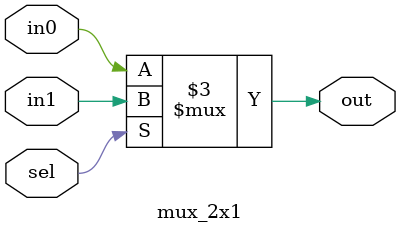
<source format=sv>
module mux_2x1(
  input in0, in1, 
  input sel, 
  output logic out
); 

// fill in the guts
//  pseudocode: out =sel? in1 : in0;

always_comb begin
  if (sel) begin
    out = in1;
  end else begin
    out = in0;
  end
end

endmodule
 


</source>
